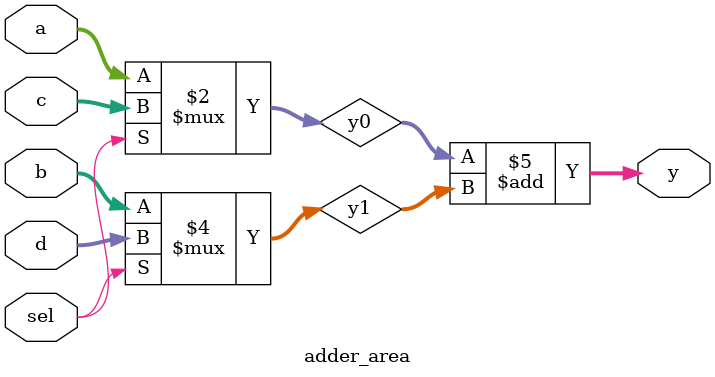
<source format=v>
module adder_area (a,b,c,d,sel,y);

	input [7:0] a,b,c,d;
	input sel;
	output [7:0] y;
	wire [7:0] y0, y1;
	
	assign y0 = (sel==0)?a:c;
	assign y1 = (sel==0)?b:d;
	assign y = y0+y1;
endmodule


</source>
